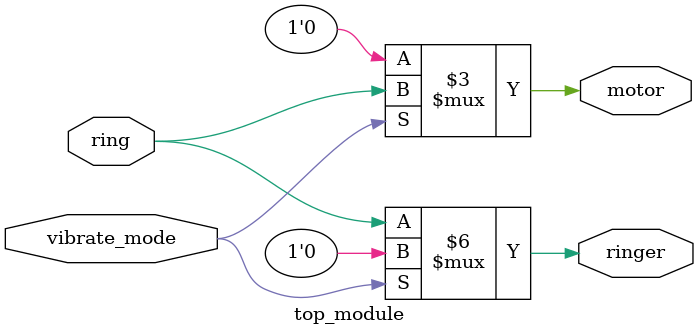
<source format=v>
module top_module (
    input ring,
    input vibrate_mode,
    output ringer,       // Make sound
    output motor         // Vibrate
);
    always@(*) begin
        motor=0;ringer=0;
        if(vibrate_mode) motor=ring;
        else ringer=ring;
    end
endmodule

</source>
